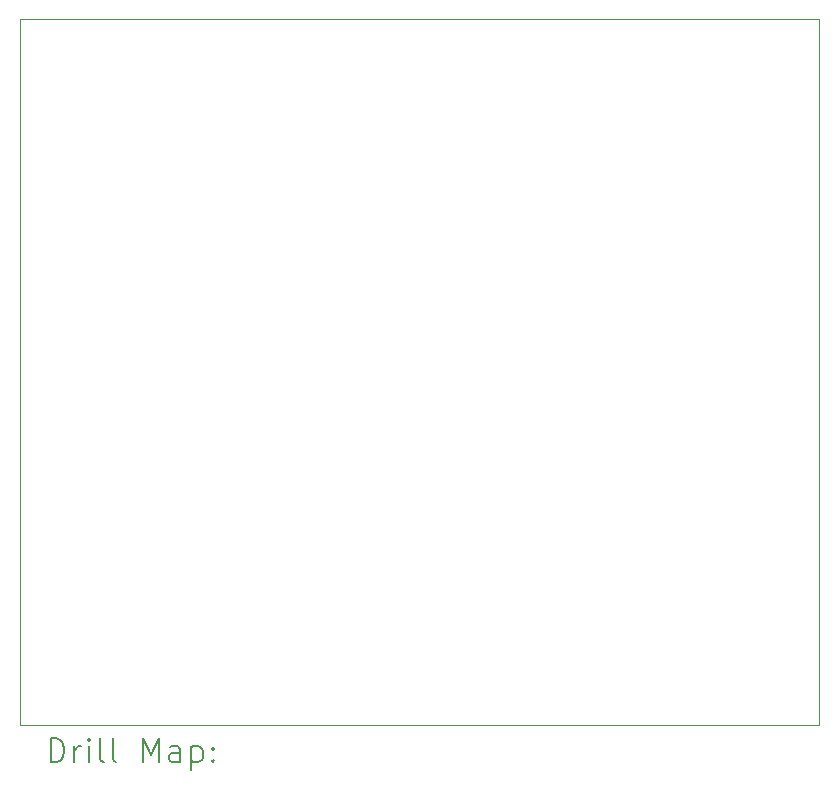
<source format=gbr>
%TF.GenerationSoftware,KiCad,Pcbnew,7.0.8*%
%TF.CreationDate,2023-11-03T23:11:06-04:00*%
%TF.ProjectId,robot,726f626f-742e-46b6-9963-61645f706362,rev?*%
%TF.SameCoordinates,Original*%
%TF.FileFunction,Drillmap*%
%TF.FilePolarity,Positive*%
%FSLAX45Y45*%
G04 Gerber Fmt 4.5, Leading zero omitted, Abs format (unit mm)*
G04 Created by KiCad (PCBNEW 7.0.8) date 2023-11-03 23:11:06*
%MOMM*%
%LPD*%
G01*
G04 APERTURE LIST*
%ADD10C,0.050000*%
%ADD11C,0.200000*%
G04 APERTURE END LIST*
D10*
X15640000Y-5580000D02*
X22400000Y-5580000D01*
X22400000Y-11560000D01*
X15640000Y-11560000D01*
X15640000Y-5580000D01*
D11*
X15898277Y-11873984D02*
X15898277Y-11673984D01*
X15898277Y-11673984D02*
X15945896Y-11673984D01*
X15945896Y-11673984D02*
X15974467Y-11683508D01*
X15974467Y-11683508D02*
X15993515Y-11702555D01*
X15993515Y-11702555D02*
X16003039Y-11721603D01*
X16003039Y-11721603D02*
X16012562Y-11759698D01*
X16012562Y-11759698D02*
X16012562Y-11788269D01*
X16012562Y-11788269D02*
X16003039Y-11826365D01*
X16003039Y-11826365D02*
X15993515Y-11845412D01*
X15993515Y-11845412D02*
X15974467Y-11864460D01*
X15974467Y-11864460D02*
X15945896Y-11873984D01*
X15945896Y-11873984D02*
X15898277Y-11873984D01*
X16098277Y-11873984D02*
X16098277Y-11740650D01*
X16098277Y-11778746D02*
X16107801Y-11759698D01*
X16107801Y-11759698D02*
X16117324Y-11750174D01*
X16117324Y-11750174D02*
X16136372Y-11740650D01*
X16136372Y-11740650D02*
X16155420Y-11740650D01*
X16222086Y-11873984D02*
X16222086Y-11740650D01*
X16222086Y-11673984D02*
X16212562Y-11683508D01*
X16212562Y-11683508D02*
X16222086Y-11693031D01*
X16222086Y-11693031D02*
X16231610Y-11683508D01*
X16231610Y-11683508D02*
X16222086Y-11673984D01*
X16222086Y-11673984D02*
X16222086Y-11693031D01*
X16345896Y-11873984D02*
X16326848Y-11864460D01*
X16326848Y-11864460D02*
X16317324Y-11845412D01*
X16317324Y-11845412D02*
X16317324Y-11673984D01*
X16450658Y-11873984D02*
X16431610Y-11864460D01*
X16431610Y-11864460D02*
X16422086Y-11845412D01*
X16422086Y-11845412D02*
X16422086Y-11673984D01*
X16679229Y-11873984D02*
X16679229Y-11673984D01*
X16679229Y-11673984D02*
X16745896Y-11816841D01*
X16745896Y-11816841D02*
X16812563Y-11673984D01*
X16812563Y-11673984D02*
X16812563Y-11873984D01*
X16993515Y-11873984D02*
X16993515Y-11769222D01*
X16993515Y-11769222D02*
X16983991Y-11750174D01*
X16983991Y-11750174D02*
X16964944Y-11740650D01*
X16964944Y-11740650D02*
X16926848Y-11740650D01*
X16926848Y-11740650D02*
X16907801Y-11750174D01*
X16993515Y-11864460D02*
X16974467Y-11873984D01*
X16974467Y-11873984D02*
X16926848Y-11873984D01*
X16926848Y-11873984D02*
X16907801Y-11864460D01*
X16907801Y-11864460D02*
X16898277Y-11845412D01*
X16898277Y-11845412D02*
X16898277Y-11826365D01*
X16898277Y-11826365D02*
X16907801Y-11807317D01*
X16907801Y-11807317D02*
X16926848Y-11797793D01*
X16926848Y-11797793D02*
X16974467Y-11797793D01*
X16974467Y-11797793D02*
X16993515Y-11788269D01*
X17088753Y-11740650D02*
X17088753Y-11940650D01*
X17088753Y-11750174D02*
X17107801Y-11740650D01*
X17107801Y-11740650D02*
X17145896Y-11740650D01*
X17145896Y-11740650D02*
X17164944Y-11750174D01*
X17164944Y-11750174D02*
X17174467Y-11759698D01*
X17174467Y-11759698D02*
X17183991Y-11778746D01*
X17183991Y-11778746D02*
X17183991Y-11835888D01*
X17183991Y-11835888D02*
X17174467Y-11854936D01*
X17174467Y-11854936D02*
X17164944Y-11864460D01*
X17164944Y-11864460D02*
X17145896Y-11873984D01*
X17145896Y-11873984D02*
X17107801Y-11873984D01*
X17107801Y-11873984D02*
X17088753Y-11864460D01*
X17269705Y-11854936D02*
X17279229Y-11864460D01*
X17279229Y-11864460D02*
X17269705Y-11873984D01*
X17269705Y-11873984D02*
X17260182Y-11864460D01*
X17260182Y-11864460D02*
X17269705Y-11854936D01*
X17269705Y-11854936D02*
X17269705Y-11873984D01*
X17269705Y-11750174D02*
X17279229Y-11759698D01*
X17279229Y-11759698D02*
X17269705Y-11769222D01*
X17269705Y-11769222D02*
X17260182Y-11759698D01*
X17260182Y-11759698D02*
X17269705Y-11750174D01*
X17269705Y-11750174D02*
X17269705Y-11769222D01*
M02*

</source>
